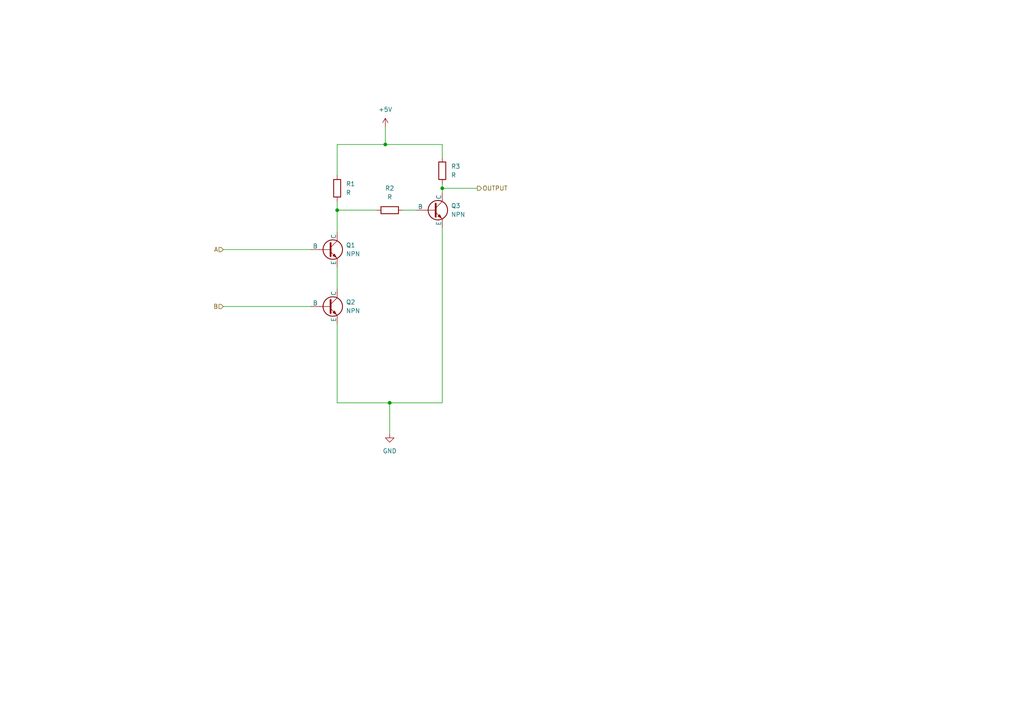
<source format=kicad_sch>
(kicad_sch (version 20230121) (generator eeschema)
  (paper "A4")
  (lib_symbols
    (symbol "Device:R" (pin_numbers hide) (pin_names (offset 0))
      (property "Reference" "R" (at 2.032 0 90))
      (property "Value" "R" (at 0 0 90))
      (symbol "R_0_1"
        (rectangle (start -1.016 -2.54) (end 1.016 2.54) (stroke (width 0.254)))
      )
      (symbol "R_1_1"
        (pin passive line (at 0 3.81 270) (length 1.27) (name "~") (number "1"))
        (pin passive line (at 0 -3.81 90) (length 1.27) (name "~") (number "2"))
      )
    )
    (symbol "Simulation_SPICE:NPN" (pin_numbers hide) (pin_names (offset 0))
      (property "Reference" "Q" (at -2.54 7.62 0))
      (property "Value" "NPN" (at -2.54 5.08 0))
      (symbol "NPN_0_1"
        (polyline (pts (xy -2.54 0) (xy 0.635 0)) (stroke (width 0.1524)))
        (polyline (pts (xy 0.635 0.635) (xy 2.54 2.54)))
        (polyline (pts (xy 2.794 -1.27) (xy 2.794 -1.27)) (stroke (width 0.1524)))
        (polyline (pts (xy 2.794 -1.27) (xy 2.794 -1.27)) (stroke (width 0.1524)))
        (polyline (pts (xy 0.635 -0.635) (xy 2.54 -2.54) (xy 2.54 -2.54)))
        (polyline (pts (xy 0.635 1.905) (xy 0.635 -1.905) (xy 0.635 -1.905)) (stroke (width 0.508)))
        (polyline (pts (xy 1.27 -1.778) (xy 1.778 -1.27) (xy 2.286 -2.286) (xy 1.27 -1.778) (xy 1.27 -1.778)) (fill (type outline)))
        (circle (center 1.27 0) (radius 2.8194) (stroke (width 0.254)))
      )
      (symbol "NPN_1_1"
        (pin open_collector line (at 2.54 5.08 270) (length 2.54) (name "C") (number "1"))
        (pin input line (at -5.08 0 0) (length 2.54) (name "B") (number "2"))
        (pin open_emitter line (at 2.54 -5.08 90) (length 2.54) (name "E") (number "3"))
      )
    )
    (symbol "power:+5V" (power) (pin_names (offset 0))
      (property "Value" "+5V" (at 0 3.556 0))
      (symbol "+5V_0_1"
        (polyline (pts (xy -0.762 1.27) (xy 0 2.54)))
        (polyline (pts (xy 0 0) (xy 0 2.54)))
        (polyline (pts (xy 0 2.54) (xy 0.762 1.27)))
      )
      (symbol "+5V_1_1"
        (pin power_in line (at 0 0 90) (length 0) hide (name "+5V") (number "1"))
      )
    )
    (symbol "power:GND" (power) (pin_names (offset 0))
      (property "Value" "GND" (at 0 -3.81 0))
      (symbol "GND_0_1"
        (polyline (pts (xy 0 0) (xy 0 -1.27) (xy 1.27 -1.27) (xy 0 -2.54) (xy -1.27 -1.27) (xy 0 -1.27)))
      )
      (symbol "GND_1_1"
        (pin power_in line (at 0 0 270) (length 0) hide (name "GND") (number "1"))
      )
    )
  )
  (junction (at 97.79 60.96))
  (junction (at 128.27 54.61))
  (junction (at 113.03 116.84))
  (junction (at 111.76 41.91))
  (wire (pts (xy 97.79 41.91) (xy 97.79 50.8)))
  (wire (pts (xy 97.79 77.47) (xy 97.79 83.82)))
  (wire (pts (xy 113.03 116.84) (xy 113.03 125.73)))
  (wire (pts (xy 128.27 41.91) (xy 128.27 45.72)))
  (wire (pts (xy 113.03 116.84) (xy 128.27 116.84)))
  (wire (pts (xy 128.27 54.61) (xy 128.27 55.88)))
  (wire (pts (xy 97.79 58.42) (xy 97.79 60.96)))
  (wire (pts (xy 97.79 60.96) (xy 109.22 60.96)))
  (wire (pts (xy 128.27 116.84) (xy 128.27 66.04)))
  (wire (pts (xy 97.79 116.84) (xy 113.03 116.84)))
  (wire (pts (xy 97.79 93.98) (xy 97.79 116.84)))
  (wire (pts (xy 97.79 60.96) (xy 97.79 67.31)))
  (wire (pts (xy 97.79 41.91) (xy 111.76 41.91)))
  (wire (pts (xy 64.77 72.39) (xy 90.17 72.39)))
  (wire (pts (xy 128.27 54.61) (xy 138.43 54.61)))
  (wire (pts (xy 128.27 53.34) (xy 128.27 54.61)))
  (wire (pts (xy 116.84 60.96) (xy 120.65 60.96)))
  (wire (pts (xy 64.77 88.9) (xy 90.17 88.9)))
  (wire (pts (xy 111.76 41.91) (xy 128.27 41.91)))
  (wire (pts (xy 111.76 41.91) (xy 111.76 36.83)))
  (hierarchical_label "B" (shape input) (at 64.77 88.9 180))
  (hierarchical_label "A" (shape input) (at 64.77 72.39 180))
  (hierarchical_label "OUTPUT" (shape output) (at 138.43 54.61 0))
  (symbol (lib_id "Simulation_SPICE:NPN") (at 95.25 72.39 0) (unit 1)
    (property "Reference" "Q1" (at 100.33 71.12 0) (effects (justify left)))
    (property "Value" "NPN" (at 100.33 73.66 0) (effects (justify left)))
    (property "Sim.Device" "NPN" (effects hide))
    (property "Sim.Type" "GUMMELPOON" (effects hide))
    (property "Sim.Pins" "1=C 2=B 3=E" (effects hide))
    (instances (project "half-adder" (path "" (reference "Q1") (unit 1)) (path "" (reference "Q6") (unit 1)) (path "" (reference "Q1") (unit 1)) (path "" (reference "Q12") (unit 1))))
  )
  (symbol (lib_id "power:GND") (at 113.03 125.73 0) (unit 1)
    (property "Reference" "#PWR07" (effects hide))
    (property "Value" "GND" (at 113.03 130.81 0))
    (instances (project "half-adder" (path "" (reference "#PWR07") (unit 1)) (path "" (reference "#PWR010") (unit 1)) (path "" (reference "#PWR0101") (unit 1)) (path "" (reference "#PWR014") (unit 1))))
  )
  (symbol (lib_id "Device:R") (at 113.03 60.96 90) (unit 1)
    (property "Reference" "R2" (at 113.03 54.61 90))
    (property "Value" "R" (at 113.03 57.15 90))
    (instances (project "half-adder" (path "" (reference "R2") (unit 1)) (path "" (reference "R6") (unit 1)) (path "" (reference "R2") (unit 1)) (path "" (reference "R12") (unit 1))))
  )
  (symbol (lib_id "Simulation_SPICE:NPN") (at 95.25 88.9 0) (unit 1)
    (property "Reference" "Q2" (at 100.33 87.63 0) (effects (justify left)))
    (property "Value" "NPN" (at 100.33 90.17 0) (effects (justify left)))
    (property "Sim.Device" "NPN" (effects hide))
    (property "Sim.Type" "GUMMELPOON" (effects hide))
    (property "Sim.Pins" "1=C 2=B 3=E" (effects hide))
    (instances (project "half-adder" (path "" (reference "Q2") (unit 1)) (path "" (reference "Q7") (unit 1)) (path "" (reference "Q2") (unit 1)) (path "" (reference "Q13") (unit 1))))
  )
  (symbol (lib_id "Device:R") (at 128.27 49.53 0) (unit 1)
    (property "Reference" "R3" (at 130.81 48.26 0) (effects (justify left)))
    (property "Value" "R" (at 130.81 50.8 0) (effects (justify left)))
    (instances (project "half-adder" (path "" (reference "R3") (unit 1)) (path "" (reference "R7") (unit 1)) (path "" (reference "R3") (unit 1)) (path "" (reference "R13") (unit 1))))
  )
  (symbol (lib_id "power:+5V") (at 111.76 36.83 0) (unit 1)
    (property "Reference" "#PWR08" (effects hide))
    (property "Value" "+5V" (at 111.76 31.75 0))
    (instances (project "half-adder" (path "" (reference "#PWR08") (unit 1)) (path "" (reference "#PWR09") (unit 1)) (path "" (reference "#PWR0102") (unit 1)) (path "" (reference "#PWR013") (unit 1))))
  )
  (symbol (lib_id "Device:R") (at 97.79 54.61 0) (unit 1)
    (property "Reference" "R1" (at 100.33 53.34 0) (effects (justify left)))
    (property "Value" "R" (at 100.33 55.88 0) (effects (justify left)))
    (instances (project "half-adder" (path "" (reference "R1") (unit 1)) (path "" (reference "R5") (unit 1)) (path "" (reference "R1") (unit 1)) (path "" (reference "R11") (unit 1))))
  )
  (symbol (lib_id "Simulation_SPICE:NPN") (at 125.73 60.96 0) (unit 1)
    (property "Reference" "Q3" (at 130.81 59.69 0) (effects (justify left)))
    (property "Value" "NPN" (at 130.81 62.23 0) (effects (justify left)))
    (property "Sim.Device" "NPN" (effects hide))
    (property "Sim.Type" "GUMMELPOON" (effects hide))
    (property "Sim.Pins" "1=C 2=B 3=E" (effects hide))
    (instances (project "half-adder" (path "" (reference "Q3") (unit 1)) (path "" (reference "Q8") (unit 1)) (path "" (reference "Q3") (unit 1)) (path "" (reference "Q14") (unit 1))))
  )
)
</source>
